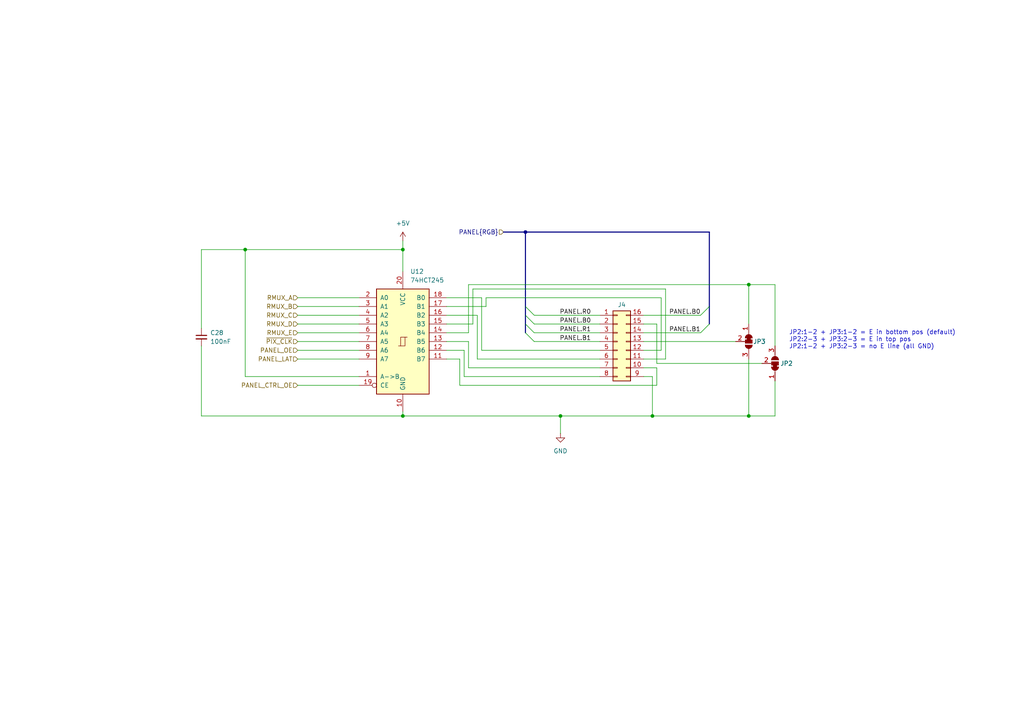
<source format=kicad_sch>
(kicad_sch (version 20250114) (generator "eeschema") (generator_version "9.0")
  (paper "A4")
  (lib_symbols
    (symbol "74xx:74HC245" (pin_names (offset 1.016))
      (property "Reference" "U" (at -7.62 16.51 0))
      (property "Value" "74HC245" (at -7.62 -16.51 0))
      (symbol "74HC245_1_0"
        (polyline (pts (xy -1.27 -1.27) (xy 0.635 -1.27) (xy 0.635 1.27) (xy 1.27 1.27)))
        (polyline (pts (xy -0.635 -1.27) (xy -0.635 1.27) (xy 0.635 1.27)))
        (pin tri_state line (at -12.7 12.7 0) (length 5.08) (name "A0") (number "2"))
        (pin tri_state line (at -12.7 10.16 0) (length 5.08) (name "A1") (number "3"))
        (pin tri_state line (at -12.7 7.62 0) (length 5.08) (name "A2") (number "4"))
        (pin tri_state line (at -12.7 5.08 0) (length 5.08) (name "A3") (number "5"))
        (pin tri_state line (at -12.7 2.54 0) (length 5.08) (name "A4") (number "6"))
        (pin tri_state line (at -12.7 0 0) (length 5.08) (name "A5") (number "7"))
        (pin tri_state line (at -12.7 -2.54 0) (length 5.08) (name "A6") (number "8"))
        (pin tri_state line (at -12.7 -5.08 0) (length 5.08) (name "A7") (number "9"))
        (pin input line (at -12.7 -10.16 0) (length 5.08) (name "A->B") (number "1"))
        (pin input inverted (at -12.7 -12.7 0) (length 5.08) (name "CE") (number "19"))
        (pin power_in line (at 0 20.32 270) (length 5.08) (name "VCC") (number "20"))
        (pin power_in line (at 0 -20.32 90) (length 5.08) (name "GND") (number "10"))
        (pin tri_state line (at 12.7 12.7 180) (length 5.08) (name "B0") (number "18"))
        (pin tri_state line (at 12.7 10.16 180) (length 5.08) (name "B1") (number "17"))
        (pin tri_state line (at 12.7 7.62 180) (length 5.08) (name "B2") (number "16"))
        (pin tri_state line (at 12.7 5.08 180) (length 5.08) (name "B3") (number "15"))
        (pin tri_state line (at 12.7 2.54 180) (length 5.08) (name "B4") (number "14"))
        (pin tri_state line (at 12.7 0 180) (length 5.08) (name "B5") (number "13"))
        (pin tri_state line (at 12.7 -2.54 180) (length 5.08) (name "B6") (number "12"))
        (pin tri_state line (at 12.7 -5.08 180) (length 5.08) (name "B7") (number "11"))
      )
      (symbol "74HC245_1_1"
        (rectangle (start -7.62 15.24) (end 7.62 -15.24) (stroke (width 0.254)) (fill (type background)))
      )
    )
    (symbol "Connector_Generic:Conn_02x08_Counter_Clockwise" (pin_names (offset 1.016) (hide yes))
      (property "Reference" "J" (at 1.27 10.16 0))
      (property "Value" "Conn_02x08_Counter_Clockwise" (at 1.27 -12.7 0))
      (symbol "Conn_02x08_Counter_Clockwise_1_1"
        (rectangle (start -1.27 8.89) (end 3.81 -11.43) (stroke (width 0.254)) (fill (type background)))
        (rectangle (start -1.27 7.747) (end 0 7.493) (stroke (width 0.1524)))
        (rectangle (start -1.27 5.207) (end 0 4.953) (stroke (width 0.1524)))
        (rectangle (start -1.27 2.667) (end 0 2.413) (stroke (width 0.1524)))
        (rectangle (start -1.27 0.127) (end 0 -0.127) (stroke (width 0.1524)))
        (rectangle (start -1.27 -2.413) (end 0 -2.667) (stroke (width 0.1524)))
        (rectangle (start -1.27 -4.953) (end 0 -5.207) (stroke (width 0.1524)))
        (rectangle (start -1.27 -7.493) (end 0 -7.747) (stroke (width 0.1524)))
        (rectangle (start -1.27 -10.033) (end 0 -10.287) (stroke (width 0.1524)))
        (rectangle (start 3.81 7.747) (end 2.54 7.493) (stroke (width 0.1524)))
        (rectangle (start 3.81 5.207) (end 2.54 4.953) (stroke (width 0.1524)))
        (rectangle (start 3.81 2.667) (end 2.54 2.413) (stroke (width 0.1524)))
        (rectangle (start 3.81 0.127) (end 2.54 -0.127) (stroke (width 0.1524)))
        (rectangle (start 3.81 -2.413) (end 2.54 -2.667) (stroke (width 0.1524)))
        (rectangle (start 3.81 -4.953) (end 2.54 -5.207) (stroke (width 0.1524)))
        (rectangle (start 3.81 -7.493) (end 2.54 -7.747) (stroke (width 0.1524)))
        (rectangle (start 3.81 -10.033) (end 2.54 -10.287) (stroke (width 0.1524)))
        (pin passive line (at -5.08 7.62 0) (length 3.81) (name "Pin_1") (number "1"))
        (pin passive line (at -5.08 5.08 0) (length 3.81) (name "Pin_2") (number "2"))
        (pin passive line (at -5.08 2.54 0) (length 3.81) (name "Pin_3") (number "3"))
        (pin passive line (at -5.08 0 0) (length 3.81) (name "Pin_4") (number "4"))
        (pin passive line (at -5.08 -2.54 0) (length 3.81) (name "Pin_5") (number "5"))
        (pin passive line (at -5.08 -5.08 0) (length 3.81) (name "Pin_6") (number "6"))
        (pin passive line (at -5.08 -7.62 0) (length 3.81) (name "Pin_7") (number "7"))
        (pin passive line (at -5.08 -10.16 0) (length 3.81) (name "Pin_8") (number "8"))
        (pin passive line (at 7.62 7.62 180) (length 3.81) (name "Pin_16") (number "16"))
        (pin passive line (at 7.62 5.08 180) (length 3.81) (name "Pin_15") (number "15"))
        (pin passive line (at 7.62 2.54 180) (length 3.81) (name "Pin_14") (number "14"))
        (pin passive line (at 7.62 0 180) (length 3.81) (name "Pin_13") (number "13"))
        (pin passive line (at 7.62 -2.54 180) (length 3.81) (name "Pin_12") (number "12"))
        (pin passive line (at 7.62 -5.08 180) (length 3.81) (name "Pin_11") (number "11"))
        (pin passive line (at 7.62 -7.62 180) (length 3.81) (name "Pin_10") (number "10"))
        (pin passive line (at 7.62 -10.16 180) (length 3.81) (name "Pin_9") (number "9"))
      )
    )
    (symbol "Device:C_Small" (pin_numbers (hide yes)) (pin_names (offset 0.254) (hide yes))
      (property "Reference" "C" (at 0.254 1.778 0))
      (property "Value" "C_Small" (at 0.254 -2.032 0))
      (symbol "C_Small_0_1"
        (polyline (pts (xy -1.524 0.508) (xy 1.524 0.508)) (stroke (width 0.3048)))
        (polyline (pts (xy -1.524 -0.508) (xy 1.524 -0.508)) (stroke (width 0.3302)))
      )
      (symbol "C_Small_1_1"
        (pin passive line (at 0 2.54 270) (length 2.032) (name "~") (number "1"))
        (pin passive line (at 0 -2.54 90) (length 2.032) (name "~") (number "2"))
      )
    )
    (symbol "Jumper:SolderJumper_3_Bridged12" (pin_names (offset 0) (hide yes)) (in_bom no)
      (property "Reference" "JP" (at -2.54 -2.54 0))
      (property "Value" "SolderJumper_3_Bridged12" (at 0 2.794 0))
      (symbol "SolderJumper_3_Bridged12_0_1"
        (polyline (pts (xy -2.54 0) (xy -2.032 0)))
        (polyline (pts (xy -1.016 1.016) (xy -1.016 -1.016)))
        (rectangle (start -1.016 0.508) (end -0.508 -0.508) (fill (type outline)))
        (arc (start -1.016 -1.016) (mid -2.0276 0) (end -1.016 1.016))
        (arc (start -1.016 -1.016) (mid -2.0276 0) (end -1.016 1.016) (fill (type outline)))
        (rectangle (start -0.508 1.016) (end 0.508 -1.016) (fill (type outline)))
        (polyline (pts (xy 0 -1.27) (xy 0 -1.016)))
        (arc (start 1.016 1.016) (mid 2.0276 0) (end 1.016 -1.016))
        (arc (start 1.016 1.016) (mid 2.0276 0) (end 1.016 -1.016) (fill (type outline)))
        (polyline (pts (xy 1.016 1.016) (xy 1.016 -1.016)))
        (polyline (pts (xy 2.54 0) (xy 2.032 0)))
      )
      (symbol "SolderJumper_3_Bridged12_1_1"
        (pin passive line (at -5.08 0 0) (length 2.54) (name "A") (number "1"))
        (pin passive line (at 0 -3.81 90) (length 2.54) (name "C") (number "2"))
        (pin passive line (at 5.08 0 180) (length 2.54) (name "B") (number "3"))
      )
    )
    (symbol "power:+5V" (power) (pin_numbers (hide yes)) (pin_names (offset 0) (hide yes))
      (property "Value" "+5V" (at 0 3.556 0))
      (symbol "+5V_0_1"
        (polyline (pts (xy -0.762 1.27) (xy 0 2.54)))
        (polyline (pts (xy 0 2.54) (xy 0.762 1.27)))
        (polyline (pts (xy 0 0) (xy 0 2.54)))
      )
      (symbol "+5V_1_1"
        (pin power_in line (at 0 0 90) (length 0) (name "~") (number "1"))
      )
    )
    (symbol "power:GND" (power) (pin_numbers (hide yes)) (pin_names (offset 0) (hide yes))
      (property "Value" "GND" (at 0 -3.81 0))
      (symbol "GND_0_1"
        (polyline (pts (xy 0 0) (xy 0 -1.27) (xy 1.27 -1.27) (xy 0 -2.54) (xy -1.27 -1.27) (xy 0 -1.27)))
      )
      (symbol "GND_1_1"
        (pin power_in line (at 0 0 270) (length 0) (name "~") (number "1"))
      )
    )
  )
  (text "JP2:1-2 + JP3:1-2 = E in bottom pos (default)\nJP2:2-3 + JP3:2-3 = E in top pos\nJP2:1-2 + JP3:2-3 = no E line (all GND)" (at 228.854 98.552 0) (effects (font (size 1.27 1.27)) (justify left)))
  (junction (at 162.56 120.65))
  (junction (at 71.12 72.39))
  (junction (at 217.17 120.65))
  (junction (at 217.17 82.55))
  (junction (at 152.4 67.31))
  (junction (at 116.84 120.65))
  (junction (at 189.23 120.65))
  (junction (at 116.84 72.39))
  (bus_entry (at 152.4 93.98) (size 2.54 2.54))
  (bus_entry (at 205.74 93.98) (size -2.54 2.54))
  (bus_entry (at 205.74 88.9) (size -2.54 2.54))
  (bus_entry (at 152.4 91.44) (size 2.54 2.54))
  (bus_entry (at 152.4 96.52) (size 2.54 2.54))
  (bus_entry (at 152.4 88.9) (size 2.54 2.54))
  (wire (pts (xy 186.69 91.44) (xy 203.2 91.44)))
  (wire (pts (xy 138.43 91.44) (xy 138.43 104.14)))
  (wire (pts (xy 129.54 86.36) (xy 139.7 86.36)))
  (wire (pts (xy 86.36 104.14) (xy 104.14 104.14)))
  (wire (pts (xy 193.04 83.82) (xy 193.04 104.14)))
  (wire (pts (xy 217.17 104.14) (xy 217.17 120.65)))
  (wire (pts (xy 133.35 111.76) (xy 190.5 111.76)))
  (wire (pts (xy 139.7 101.6) (xy 173.99 101.6)))
  (wire (pts (xy 137.16 83.82) (xy 193.04 83.82)))
  (wire (pts (xy 162.56 120.65) (xy 162.56 125.73)))
  (wire (pts (xy 129.54 101.6) (xy 134.62 101.6)))
  (wire (pts (xy 137.16 93.98) (xy 137.16 83.82)))
  (wire (pts (xy 217.17 82.55) (xy 217.17 93.98)))
  (wire (pts (xy 138.43 104.14) (xy 173.99 104.14)))
  (wire (pts (xy 154.94 99.06) (xy 173.99 99.06)))
  (wire (pts (xy 154.94 91.44) (xy 173.99 91.44)))
  (wire (pts (xy 116.84 69.85) (xy 116.84 72.39)))
  (wire (pts (xy 217.17 120.65) (xy 224.79 120.65)))
  (wire (pts (xy 189.23 109.22) (xy 189.23 120.65)))
  (wire (pts (xy 217.17 82.55) (xy 224.79 82.55)))
  (bus (pts (xy 152.4 91.44) (xy 152.4 93.98)))
  (wire (pts (xy 162.56 120.65) (xy 189.23 120.65)))
  (wire (pts (xy 58.42 120.65) (xy 116.84 120.65)))
  (bus (pts (xy 205.74 88.9) (xy 205.74 93.98)))
  (wire (pts (xy 133.35 104.14) (xy 133.35 111.76)))
  (wire (pts (xy 190.5 105.41) (xy 220.98 105.41)))
  (wire (pts (xy 86.36 101.6) (xy 104.14 101.6)))
  (wire (pts (xy 213.36 99.06) (xy 186.69 99.06)))
  (wire (pts (xy 86.36 91.44) (xy 104.14 91.44)))
  (wire (pts (xy 129.54 93.98) (xy 137.16 93.98)))
  (wire (pts (xy 135.89 99.06) (xy 135.89 106.68)))
  (wire (pts (xy 116.84 72.39) (xy 71.12 72.39)))
  (wire (pts (xy 189.23 109.22) (xy 186.69 109.22)))
  (wire (pts (xy 190.5 111.76) (xy 190.5 106.68)))
  (wire (pts (xy 58.42 100.33) (xy 58.42 120.65)))
  (wire (pts (xy 58.42 72.39) (xy 71.12 72.39)))
  (bus (pts (xy 152.4 88.9) (xy 152.4 91.44)))
  (wire (pts (xy 135.89 82.55) (xy 217.17 82.55)))
  (wire (pts (xy 140.97 88.9) (xy 140.97 86.36)))
  (wire (pts (xy 129.54 104.14) (xy 133.35 104.14)))
  (wire (pts (xy 140.97 86.36) (xy 191.77 86.36)))
  (wire (pts (xy 154.94 93.98) (xy 173.99 93.98)))
  (bus (pts (xy 146.05 67.31) (xy 152.4 67.31)))
  (wire (pts (xy 193.04 104.14) (xy 186.69 104.14)))
  (wire (pts (xy 186.69 96.52) (xy 203.2 96.52)))
  (wire (pts (xy 191.77 101.6) (xy 186.69 101.6)))
  (bus (pts (xy 205.74 67.31) (xy 205.74 88.9)))
  (wire (pts (xy 116.84 72.39) (xy 116.84 78.74)))
  (wire (pts (xy 86.36 88.9) (xy 104.14 88.9)))
  (wire (pts (xy 129.54 91.44) (xy 138.43 91.44)))
  (wire (pts (xy 139.7 86.36) (xy 139.7 101.6)))
  (wire (pts (xy 86.36 99.06) (xy 104.14 99.06)))
  (wire (pts (xy 189.23 120.65) (xy 217.17 120.65)))
  (wire (pts (xy 135.89 106.68) (xy 173.99 106.68)))
  (wire (pts (xy 191.77 86.36) (xy 191.77 101.6)))
  (wire (pts (xy 190.5 106.68) (xy 186.69 106.68)))
  (wire (pts (xy 190.5 93.98) (xy 190.5 105.41)))
  (wire (pts (xy 134.62 101.6) (xy 134.62 109.22)))
  (wire (pts (xy 224.79 82.55) (xy 224.79 100.33)))
  (wire (pts (xy 86.36 111.76) (xy 104.14 111.76)))
  (wire (pts (xy 129.54 96.52) (xy 135.89 96.52)))
  (wire (pts (xy 134.62 109.22) (xy 173.99 109.22)))
  (wire (pts (xy 135.89 96.52) (xy 135.89 82.55)))
  (wire (pts (xy 86.36 96.52) (xy 104.14 96.52)))
  (wire (pts (xy 129.54 99.06) (xy 135.89 99.06)))
  (wire (pts (xy 116.84 120.65) (xy 162.56 120.65)))
  (bus (pts (xy 152.4 93.98) (xy 152.4 96.52)))
  (wire (pts (xy 58.42 95.25) (xy 58.42 72.39)))
  (bus (pts (xy 152.4 67.31) (xy 205.74 67.31)))
  (wire (pts (xy 186.69 93.98) (xy 190.5 93.98)))
  (wire (pts (xy 71.12 109.22) (xy 104.14 109.22)))
  (wire (pts (xy 129.54 88.9) (xy 140.97 88.9)))
  (wire (pts (xy 116.84 120.65) (xy 116.84 119.38)))
  (wire (pts (xy 154.94 96.52) (xy 173.99 96.52)))
  (wire (pts (xy 71.12 72.39) (xy 71.12 109.22)))
  (bus (pts (xy 152.4 67.31) (xy 152.4 88.9)))
  (wire (pts (xy 86.36 86.36) (xy 104.14 86.36)))
  (wire (pts (xy 86.36 93.98) (xy 104.14 93.98)))
  (wire (pts (xy 224.79 120.65) (xy 224.79 110.49)))
  (label "PANEL.B0" (at 203.2 91.44 180))
  (label "PANEL.B1" (at 171.45 99.06 180))
  (label "PANEL.R0" (at 171.45 91.44 180))
  (label "PANEL.R1" (at 171.45 96.52 180))
  (label "PANEL.B1" (at 203.2 96.52 180))
  (label "PANEL.B0" (at 171.45 93.98 180))
  (hierarchical_label "RMUX_C" (shape input) (at 86.36 91.44 180))
  (hierarchical_label "RMUX_E" (shape input) (at 86.36 96.52 180))
  (hierarchical_label "RMUX_B" (shape input) (at 86.36 88.9 180))
  (hierarchical_label "RMUX_A" (shape input) (at 86.36 86.36 180))
  (hierarchical_label "RMUX_D" (shape input) (at 86.36 93.98 180))
  (hierarchical_label "PANEL_CTRL_OE" (shape input) (at 86.36 111.76 180))
  (hierarchical_label "~{PIX_CLK}" (shape input) (at 86.36 99.06 180))
  (hierarchical_label "PANEL_OE" (shape input) (at 86.36 101.6 180))
  (hierarchical_label "PANEL_LAT" (shape input) (at 86.36 104.14 180))
  (hierarchical_label "PANEL{RGB}" (shape input) (at 146.05 67.31 180))
  (symbol (lib_id "Jumper:SolderJumper_3_Bridged12") (at 224.79 105.41 270) (mirror x) (unit 1) (in_bom no)
    (property "Reference" "JP2" (at 226.314 105.41 90) (effects (justify left)))
    (property "Value" "SolderJumper_3_Bridged12" (effects (hide yes)))
    (property "Description" "3-pole Solder Jumper, pins 1+2 closed/bridged" (effects (hide yes)))
    (instances (project "mainboard" (path "" (reference "JP2") (unit 1)) (path "" (reference "JP5") (unit 1))))
  )
  (symbol (lib_id "74xx:74HC245") (at 116.84 99.06 0) (unit 1)
    (property "Reference" "U12" (at 118.9833 78.74 0) (effects (justify left)))
    (property "Value" "74HCT245" (at 118.9833 81.28 0) (effects (justify left)))
    (property "Datasheet" "http://www.ti.com/lit/gpn/sn74HC245" (effects (hide yes)))
    (property "Description" "Octal BUS Transceivers, 3-State outputs" (effects (hide yes)))
    (instances (project "mainboard" (path "" (reference "U12") (unit 1)) (path "" (reference "U17") (unit 1))))
  )
  (symbol (lib_id "Jumper:SolderJumper_3_Bridged12") (at 217.17 99.06 270) (unit 1) (in_bom no)
    (property "Reference" "JP3" (at 218.44 99.06 90) (effects (justify left)))
    (property "Value" "SolderJumper_3_Bridged12" (effects (hide yes)))
    (property "Description" "3-pole Solder Jumper, pins 1+2 closed/bridged" (effects (hide yes)))
    (instances (project "mainboard" (path "" (reference "JP3") (unit 1)) (path "" (reference "JP4") (unit 1))))
  )
  (symbol (lib_id "Device:C_Small") (at 58.42 97.79 0) (unit 1)
    (property "Reference" "C28" (at 60.96 96.5262 0) (effects (justify left)))
    (property "Value" "100nF" (at 60.96 99.0662 0) (effects (justify left)))
    (property "Description" "Unpolarized capacitor, small symbol" (effects (hide yes)))
    (instances (project "mainboard" (path "" (reference "C28") (unit 1)) (path "" (reference "C35") (unit 1))))
  )
  (symbol (lib_id "power:+5V") (at 116.84 69.85 0) (unit 1)
    (property "Reference" "#PWR0102" (effects (hide yes)))
    (property "Value" "+5V" (at 116.84 64.77 0))
    (property "Description" "Power symbol creates a global label with name \"+5V\"" (effects (hide yes)))
    (instances (project "mainboard" (path "" (reference "#PWR0102") (unit 1)) (path "" (reference "#PWR036") (unit 1))))
  )
  (symbol (lib_id "Connector_Generic:Conn_02x08_Counter_Clockwise") (at 179.07 99.06 0) (unit 1)
    (property "Reference" "J4" (at 180.34 88.392 0))
    (property "Value" "Conn_02x08_Counter_Clockwise" (effects (hide yes)))
    (property "Description" "Generic connector, double row, 02x08, counter clockwise pin numbering scheme (similar to DIP package numbering), script generated (kicad-library-utils/schlib/autogen/connector/)" (effects (hide yes)))
    (instances (project "mainboard" (path "" (reference "J4") (unit 1)) (path "" (reference "J5") (unit 1))))
  )
  (symbol (lib_id "power:GND") (at 162.56 125.73 0) (unit 1)
    (property "Reference" "#PWR0101" (effects (hide yes)))
    (property "Value" "GND" (at 162.56 130.81 0))
    (property "Description" "Power symbol creates a global label with name \"GND\" , ground" (effects (hide yes)))
    (instances (project "mainboard" (path "" (reference "#PWR0101") (unit 1)) (path "" (reference "#PWR037") (unit 1))))
  )
)
</source>
